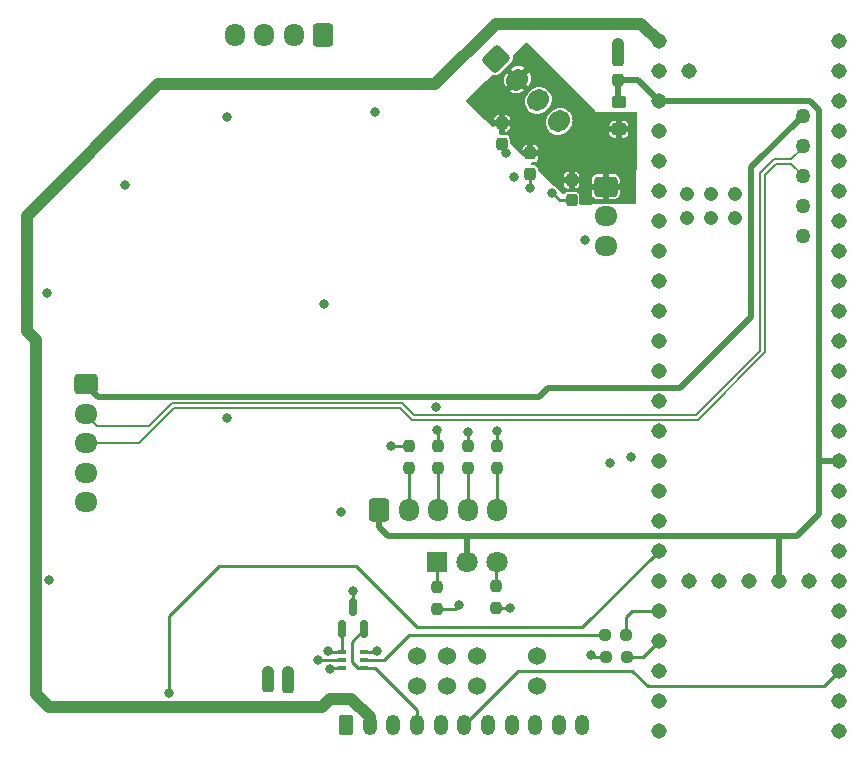
<source format=gbr>
%TF.GenerationSoftware,KiCad,Pcbnew,(5.99.0-12548-gc9aebb8529)*%
%TF.CreationDate,2021-09-28T22:04:13-04:00*%
%TF.ProjectId,TeensyWheel,5465656e-7379-4576-9865-656c2e6b6963,rev?*%
%TF.SameCoordinates,Original*%
%TF.FileFunction,Copper,L4,Bot*%
%TF.FilePolarity,Positive*%
%FSLAX46Y46*%
G04 Gerber Fmt 4.6, Leading zero omitted, Abs format (unit mm)*
G04 Created by KiCad (PCBNEW (5.99.0-12548-gc9aebb8529)) date 2021-09-28 22:04:13*
%MOMM*%
%LPD*%
G01*
G04 APERTURE LIST*
G04 Aperture macros list*
%AMRoundRect*
0 Rectangle with rounded corners*
0 $1 Rounding radius*
0 $2 $3 $4 $5 $6 $7 $8 $9 X,Y pos of 4 corners*
0 Add a 4 corners polygon primitive as box body*
4,1,4,$2,$3,$4,$5,$6,$7,$8,$9,$2,$3,0*
0 Add four circle primitives for the rounded corners*
1,1,$1+$1,$2,$3*
1,1,$1+$1,$4,$5*
1,1,$1+$1,$6,$7*
1,1,$1+$1,$8,$9*
0 Add four rect primitives between the rounded corners*
20,1,$1+$1,$2,$3,$4,$5,0*
20,1,$1+$1,$4,$5,$6,$7,0*
20,1,$1+$1,$6,$7,$8,$9,0*
20,1,$1+$1,$8,$9,$2,$3,0*%
%AMHorizOval*
0 Thick line with rounded ends*
0 $1 width*
0 $2 $3 position (X,Y) of the first rounded end (center of the circle)*
0 $4 $5 position (X,Y) of the second rounded end (center of the circle)*
0 Add line between two ends*
20,1,$1,$2,$3,$4,$5,0*
0 Add two circle primitives to create the rounded ends*
1,1,$1,$2,$3*
1,1,$1,$4,$5*%
G04 Aperture macros list end*
%TA.AperFunction,ComponentPad*%
%ADD10R,1.800000X1.800000*%
%TD*%
%TA.AperFunction,ComponentPad*%
%ADD11C,1.800000*%
%TD*%
%TA.AperFunction,ComponentPad*%
%ADD12C,1.524000*%
%TD*%
%TA.AperFunction,SMDPad,CuDef*%
%ADD13RoundRect,0.237500X-0.237500X0.300000X-0.237500X-0.300000X0.237500X-0.300000X0.237500X0.300000X0*%
%TD*%
%TA.AperFunction,SMDPad,CuDef*%
%ADD14R,0.650000X0.400000*%
%TD*%
%TA.AperFunction,SMDPad,CuDef*%
%ADD15RoundRect,0.237500X0.237500X-0.300000X0.237500X0.300000X-0.237500X0.300000X-0.237500X-0.300000X0*%
%TD*%
%TA.AperFunction,ComponentPad*%
%ADD16RoundRect,0.250000X-0.600000X-0.725000X0.600000X-0.725000X0.600000X0.725000X-0.600000X0.725000X0*%
%TD*%
%TA.AperFunction,ComponentPad*%
%ADD17O,1.700000X1.950000*%
%TD*%
%TA.AperFunction,SMDPad,CuDef*%
%ADD18RoundRect,0.237500X-0.237500X0.250000X-0.237500X-0.250000X0.237500X-0.250000X0.237500X0.250000X0*%
%TD*%
%TA.AperFunction,SMDPad,CuDef*%
%ADD19RoundRect,0.150000X0.150000X-0.587500X0.150000X0.587500X-0.150000X0.587500X-0.150000X-0.587500X0*%
%TD*%
%TA.AperFunction,ComponentPad*%
%ADD20RoundRect,0.250000X-0.936916X-0.088388X-0.088388X-0.936916X0.936916X0.088388X0.088388X0.936916X0*%
%TD*%
%TA.AperFunction,ComponentPad*%
%ADD21HorizOval,1.700000X-0.088388X-0.088388X0.088388X0.088388X0*%
%TD*%
%TA.AperFunction,SMDPad,CuDef*%
%ADD22RoundRect,0.237500X0.250000X0.237500X-0.250000X0.237500X-0.250000X-0.237500X0.250000X-0.237500X0*%
%TD*%
%TA.AperFunction,ComponentPad*%
%ADD23RoundRect,0.250000X-0.350000X-0.625000X0.350000X-0.625000X0.350000X0.625000X-0.350000X0.625000X0*%
%TD*%
%TA.AperFunction,ComponentPad*%
%ADD24O,1.200000X1.750000*%
%TD*%
%TA.AperFunction,ComponentPad*%
%ADD25RoundRect,0.250000X0.600000X0.725000X-0.600000X0.725000X-0.600000X-0.725000X0.600000X-0.725000X0*%
%TD*%
%TA.AperFunction,ComponentPad*%
%ADD26C,1.308000*%
%TD*%
%TA.AperFunction,ComponentPad*%
%ADD27C,1.258000*%
%TD*%
%TA.AperFunction,ComponentPad*%
%ADD28C,1.208000*%
%TD*%
%TA.AperFunction,ComponentPad*%
%ADD29RoundRect,0.250000X-0.725000X0.600000X-0.725000X-0.600000X0.725000X-0.600000X0.725000X0.600000X0*%
%TD*%
%TA.AperFunction,ComponentPad*%
%ADD30O,1.950000X1.700000*%
%TD*%
%TA.AperFunction,SMDPad,CuDef*%
%ADD31RoundRect,0.250000X-0.350000X0.275000X-0.350000X-0.275000X0.350000X-0.275000X0.350000X0.275000X0*%
%TD*%
%TA.AperFunction,ViaPad*%
%ADD32C,0.800000*%
%TD*%
%TA.AperFunction,Conductor*%
%ADD33C,0.500000*%
%TD*%
%TA.AperFunction,Conductor*%
%ADD34C,0.200000*%
%TD*%
%TA.AperFunction,Conductor*%
%ADD35C,0.250000*%
%TD*%
%TA.AperFunction,Conductor*%
%ADD36C,1.000000*%
%TD*%
G04 APERTURE END LIST*
D10*
%TO.P,D1,1,K1*%
%TO.N,Net-(D1-Pad1)*%
X84930000Y-145220000D03*
D11*
%TO.P,D1,2,A*%
%TO.N,+3V3*%
X87470000Y-145220000D03*
%TO.P,D1,3,K2*%
%TO.N,Net-(D1-Pad3)*%
X90010000Y-145220000D03*
%TD*%
D12*
%TO.P,SW5,1,1*%
%TO.N,/SENSE_LOW*%
X83290000Y-155710000D03*
%TO.P,SW5,2,2*%
%TO.N,/SENSE_MED*%
X85830000Y-155710000D03*
%TO.P,SW5,3,3*%
%TO.N,GND*%
X88370000Y-155710000D03*
%TO.P,SW5,4,4*%
%TO.N,/SENSE_HIGH*%
X93450000Y-155710000D03*
%TO.P,SW5,5,5*%
%TO.N,/SENSE_LOW*%
X83290000Y-153170000D03*
%TO.P,SW5,6,6*%
%TO.N,/SENSE_MED*%
X85830000Y-153170000D03*
%TO.P,SW5,7,7*%
%TO.N,GND*%
X88370000Y-153170000D03*
%TO.P,SW5,8,8*%
%TO.N,/SENSE_HIGH*%
X93450000Y-153170000D03*
%TD*%
D13*
%TO.P,C1,1*%
%TO.N,+3.3VA*%
X96360000Y-112847500D03*
%TO.P,C1,2*%
%TO.N,GND*%
X96360000Y-114572500D03*
%TD*%
D14*
%TO.P,Q1,1,E1*%
%TO.N,GND*%
X78800000Y-152830000D03*
%TO.P,Q1,2,B1*%
%TO.N,Net-(R7-Pad2)*%
X78800000Y-153480000D03*
%TO.P,Q1,3,C2*%
%TO.N,/VIB_2_T*%
X78800000Y-154130000D03*
%TO.P,Q1,4,E2*%
%TO.N,GND*%
X76900000Y-154130000D03*
%TO.P,Q1,5,B2*%
%TO.N,Net-(R8-Pad2)*%
X76900000Y-153480000D03*
%TO.P,Q1,6,C1*%
%TO.N,/VIB_1_T*%
X76900000Y-152830000D03*
%TD*%
D15*
%TO.P,C6,1*%
%TO.N,+5V*%
X70640000Y-157420000D03*
%TO.P,C6,2*%
%TO.N,GND*%
X70640000Y-155695000D03*
%TD*%
D16*
%TO.P,J5,1,Pin_1*%
%TO.N,+3V3*%
X80080000Y-140820000D03*
D17*
%TO.P,J5,2,Pin_2*%
%TO.N,Net-(J5-Pad2)*%
X82580000Y-140820000D03*
%TO.P,J5,3,Pin_3*%
%TO.N,Net-(J5-Pad3)*%
X85080000Y-140820000D03*
%TO.P,J5,4,Pin_4*%
%TO.N,Net-(J5-Pad4)*%
X87580000Y-140820000D03*
%TO.P,J5,5,Pin_5*%
%TO.N,Net-(J5-Pad5)*%
X90080000Y-140820000D03*
%TD*%
D18*
%TO.P,R1,1*%
%TO.N,/LED4*%
X82560000Y-135377500D03*
%TO.P,R1,2*%
%TO.N,Net-(J5-Pad2)*%
X82560000Y-137202500D03*
%TD*%
%TO.P,R5,1*%
%TO.N,Net-(D1-Pad1)*%
X84930000Y-147327500D03*
%TO.P,R5,2*%
%TO.N,/LEDR*%
X84930000Y-149152500D03*
%TD*%
D15*
%TO.P,C5,1*%
%TO.N,+5V*%
X72320000Y-157450000D03*
%TO.P,C5,2*%
%TO.N,GND*%
X72320000Y-155725000D03*
%TD*%
D19*
%TO.P,D2,1*%
%TO.N,/VIB_2_T*%
X78820000Y-150867500D03*
%TO.P,D2,2*%
%TO.N,/VIB_1_T*%
X76920000Y-150867500D03*
%TO.P,D2,3*%
%TO.N,GND*%
X77870000Y-148992500D03*
%TD*%
D18*
%TO.P,R4,1*%
%TO.N,/LED1*%
X90090000Y-135377500D03*
%TO.P,R4,2*%
%TO.N,Net-(J5-Pad5)*%
X90090000Y-137202500D03*
%TD*%
D13*
%TO.P,C4,1*%
%TO.N,+3.3VA*%
X92880000Y-110587500D03*
%TO.P,C4,2*%
%TO.N,GND*%
X92880000Y-112312500D03*
%TD*%
D20*
%TO.P,J2,1,Pin_1*%
%TO.N,/BRAKE*%
X90006218Y-102570482D03*
D21*
%TO.P,J2,2,Pin_2*%
%TO.N,+3.3VA*%
X91773985Y-104338249D03*
%TO.P,J2,3,Pin_3*%
%TO.N,/ACCEL*%
X93541752Y-106106016D03*
%TO.P,J2,4,Pin_4*%
%TO.N,GND*%
X95309519Y-107873783D03*
%TD*%
D22*
%TO.P,R7,1*%
%TO.N,/VIB_1*%
X101002500Y-151360000D03*
%TO.P,R7,2*%
%TO.N,Net-(R7-Pad2)*%
X99177500Y-151360000D03*
%TD*%
D15*
%TO.P,C3,1*%
%TO.N,+3V3*%
X100330000Y-104412500D03*
%TO.P,C3,2*%
%TO.N,GND*%
X100330000Y-102687500D03*
%TD*%
D23*
%TO.P,J3,1,Pin_1*%
%TO.N,GND*%
X77280000Y-158940000D03*
D24*
%TO.P,J3,2,Pin_2*%
%TO.N,+5V*%
X79280000Y-158940000D03*
%TO.P,J3,3,Pin_3*%
%TO.N,/VIB_1_T*%
X81280000Y-158940000D03*
%TO.P,J3,4,Pin_4*%
%TO.N,/VIB_2_T*%
X83280000Y-158940000D03*
%TO.P,J3,5,Pin_5*%
%TO.N,/PAD_R*%
X85280000Y-158940000D03*
%TO.P,J3,6,Pin_6*%
%TO.N,/PAD_L*%
X87280000Y-158940000D03*
%TO.P,J3,7,Pin_7*%
%TO.N,/BTN_3*%
X89280000Y-158940000D03*
%TO.P,J3,8,Pin_8*%
%TO.N,/BTN_1*%
X91280000Y-158940000D03*
%TO.P,J3,9,Pin_9*%
%TO.N,/BTN_2*%
X93280000Y-158940000D03*
%TO.P,J3,10,Pin_10*%
%TO.N,/BTN_4*%
X95280000Y-158940000D03*
%TO.P,J3,11,Pin_11*%
%TO.N,GND*%
X97280000Y-158940000D03*
%TD*%
D25*
%TO.P,J6,1,Pin_1*%
%TO.N,/GEAR_DOWN*%
X75330000Y-100600000D03*
D17*
%TO.P,J6,2,Pin_2*%
%TO.N,/GEAR_UP*%
X72830000Y-100600000D03*
%TO.P,J6,3,Pin_3*%
%TO.N,/GEAR_REV*%
X70330000Y-100600000D03*
%TO.P,J6,4,Pin_4*%
%TO.N,GND*%
X67830000Y-100600000D03*
%TD*%
D26*
%TO.P,U1,0,RX1*%
%TO.N,/GEAR_DOWN*%
X118970000Y-103630000D03*
%TO.P,U1,1,TX1*%
%TO.N,/GEAR_UP*%
X118970000Y-106170000D03*
%TO.P,U1,2,OUT2*%
%TO.N,/GEAR_REV*%
X118970000Y-108710000D03*
%TO.P,U1,3,LRCLK2*%
%TO.N,/BTN_12*%
X118970000Y-111250000D03*
%TO.P,U1,3.3V_1,3.3V*%
%TO.N,+3V3*%
X118970000Y-136650000D03*
%TO.P,U1,3.3V_2,3.3V*%
X103730000Y-106170000D03*
%TO.P,U1,3.3V_3,3.3V*%
X113890000Y-146810000D03*
%TO.P,U1,4,BCLK2*%
%TO.N,/BTN_8*%
X118970000Y-113790000D03*
%TO.P,U1,5,IN2*%
%TO.N,/BTN_7*%
X118970000Y-116330000D03*
D27*
%TO.P,U1,5V,5V*%
%TO.N,/VUSB*%
X115920000Y-107440000D03*
D26*
%TO.P,U1,6,OUT1D*%
%TO.N,/BTN_6*%
X118970000Y-118870000D03*
%TO.P,U1,7,RX2*%
%TO.N,/DP_UP*%
X118970000Y-121410000D03*
%TO.P,U1,8,TX2*%
%TO.N,/DP_RIGHT*%
X118970000Y-123950000D03*
%TO.P,U1,9,OUT1C*%
%TO.N,/BTN_MODE*%
X118970000Y-126490000D03*
%TO.P,U1,10,CS1*%
%TO.N,/LED1*%
X118970000Y-129030000D03*
%TO.P,U1,11,MOSI*%
%TO.N,/LED3*%
X118970000Y-131570000D03*
%TO.P,U1,12,MISO*%
%TO.N,/LEDG*%
X118970000Y-134110000D03*
%TO.P,U1,13,SCK*%
%TO.N,/BTN_9*%
X103730000Y-134110000D03*
%TO.P,U1,14,A0*%
%TO.N,/LED4*%
X103730000Y-131570000D03*
%TO.P,U1,15,A1*%
%TO.N,/LED2*%
X103730000Y-129030000D03*
%TO.P,U1,16,A2*%
%TO.N,/DP_DOWN*%
X103730000Y-126490000D03*
%TO.P,U1,17,A3*%
%TO.N,/DP_LEFT*%
X103730000Y-123950000D03*
%TO.P,U1,18,A4*%
%TO.N,unconnected-(U1-Pad18)*%
X103730000Y-121410000D03*
%TO.P,U1,19,A5*%
%TO.N,/BTN_5*%
X103730000Y-118870000D03*
%TO.P,U1,20,A6*%
%TO.N,/WHEEL*%
X103730000Y-116330000D03*
%TO.P,U1,21,A7*%
%TO.N,/BTN_11*%
X103730000Y-113790000D03*
%TO.P,U1,22,A8*%
%TO.N,/ACCEL*%
X103730000Y-111250000D03*
%TO.P,U1,23,A9*%
%TO.N,/BRAKE*%
X103730000Y-108710000D03*
%TO.P,U1,24,A10*%
%TO.N,/SENSE_LOW*%
X118970000Y-139190000D03*
%TO.P,U1,25,A11*%
%TO.N,/SENSE_HIGH*%
X118970000Y-141730000D03*
%TO.P,U1,26,A12*%
%TO.N,unconnected-(U1-Pad26)*%
X118970000Y-144270000D03*
%TO.P,U1,27,A13*%
%TO.N,unconnected-(U1-Pad27)*%
X118970000Y-146810000D03*
%TO.P,U1,28,RX7*%
%TO.N,unconnected-(U1-Pad28)*%
X118970000Y-149350000D03*
%TO.P,U1,29,TX7*%
%TO.N,unconnected-(U1-Pad29)*%
X118970000Y-151890000D03*
%TO.P,U1,30,CRX3*%
%TO.N,/PAD_L*%
X118970000Y-154430000D03*
%TO.P,U1,31,CTX3*%
%TO.N,/BTN_3*%
X118970000Y-156970000D03*
%TO.P,U1,32,OUT1B*%
%TO.N,/BTN_2*%
X118970000Y-159510000D03*
%TO.P,U1,33,MCLK2*%
%TO.N,/BTN_4*%
X103730000Y-159510000D03*
%TO.P,U1,34,RX8*%
%TO.N,/BTN_1*%
X103730000Y-156970000D03*
%TO.P,U1,35,TX8*%
%TO.N,/PAD_R*%
X103730000Y-154430000D03*
%TO.P,U1,36,CS2*%
%TO.N,/VIB_2*%
X103730000Y-151890000D03*
%TO.P,U1,37,CS3*%
%TO.N,/VIB_1*%
X103730000Y-149350000D03*
%TO.P,U1,38,A14*%
%TO.N,unconnected-(U1-Pad38)*%
X103730000Y-146810000D03*
%TO.P,U1,39,A15*%
%TO.N,/BTN_10*%
X103730000Y-144270000D03*
%TO.P,U1,40,A16*%
%TO.N,/SENSE_MED*%
X103730000Y-141730000D03*
%TO.P,U1,41,A17*%
%TO.N,/LEDR*%
X103730000Y-139190000D03*
D27*
%TO.P,U1,D+,D+*%
%TO.N,/USB_DP*%
X115920000Y-112520000D03*
%TO.P,U1,D-,D-*%
%TO.N,/USB_DN*%
X115920000Y-109980000D03*
D26*
%TO.P,U1,GND1,GND*%
%TO.N,GND*%
X118970000Y-101090000D03*
%TO.P,U1,GND2,GND*%
X103730000Y-136650000D03*
%TO.P,U1,GND3,GND*%
X103730000Y-103630000D03*
%TO.P,U1,GND4,GND*%
X111350000Y-146810000D03*
D28*
%TO.P,U1,GND5,GND*%
X108180000Y-116060000D03*
%TO.P,U1,LED,LED*%
%TO.N,unconnected-(U1-PadLED)*%
X108180000Y-114060000D03*
D26*
%TO.P,U1,ON/OFF,ON/OFF*%
%TO.N,unconnected-(U1-PadON/OFF)*%
X106270000Y-146810000D03*
%TO.P,U1,PROGRAM,PROGRAM*%
%TO.N,unconnected-(U1-PadPROGRAM)*%
X108810000Y-146810000D03*
D28*
%TO.P,U1,R+,R+*%
%TO.N,unconnected-(U1-PadR+)*%
X106180000Y-114060000D03*
%TO.P,U1,R-*%
%TO.N,N/C*%
X106180000Y-116060000D03*
%TO.P,U1,T+,T+*%
%TO.N,unconnected-(U1-PadT+)*%
X110180000Y-116060000D03*
%TO.P,U1,T-*%
%TO.N,N/C*%
X110180000Y-114060000D03*
D27*
%TO.P,U1,USB_GND1,USB_GND*%
%TO.N,GND*%
X115920000Y-115060000D03*
%TO.P,U1,USB_GND2,USB_GND*%
X115920000Y-117600000D03*
D26*
%TO.P,U1,VBAT,VBAT*%
%TO.N,unconnected-(U1-PadVBAT)*%
X116430000Y-146810000D03*
%TO.P,U1,VIN,VIN*%
%TO.N,+5V*%
X103730000Y-101090000D03*
%TO.P,U1,VUSB,VUSB*%
%TO.N,unconnected-(U1-PadVUSB)*%
X106270000Y-103630000D03*
%TD*%
D22*
%TO.P,R8,1*%
%TO.N,/VIB_2*%
X101092500Y-153220000D03*
%TO.P,R8,2*%
%TO.N,Net-(R8-Pad2)*%
X99267500Y-153220000D03*
%TD*%
D18*
%TO.P,R2,1*%
%TO.N,/LED3*%
X85050000Y-135377500D03*
%TO.P,R2,2*%
%TO.N,Net-(J5-Pad3)*%
X85050000Y-137202500D03*
%TD*%
D29*
%TO.P,J1,1,Pin_1*%
%TO.N,+3.3VA*%
X99250000Y-113390000D03*
D30*
%TO.P,J1,2,Pin_2*%
%TO.N,/WHEEL*%
X99250000Y-115890000D03*
%TO.P,J1,3,Pin_3*%
%TO.N,GND*%
X99250000Y-118390000D03*
%TD*%
D31*
%TO.P,FB1,1*%
%TO.N,+3V3*%
X100370000Y-106240000D03*
%TO.P,FB1,2*%
%TO.N,+3.3VA*%
X100370000Y-108540000D03*
%TD*%
D29*
%TO.P,J4,1,Pin_1*%
%TO.N,/VUSB*%
X55220000Y-130130000D03*
D30*
%TO.P,J4,2,Pin_2*%
%TO.N,/USB_DN*%
X55220000Y-132630000D03*
%TO.P,J4,3,Pin_3*%
%TO.N,/USB_DP*%
X55220000Y-135130000D03*
%TO.P,J4,4,Pin_4*%
%TO.N,GND*%
X55220000Y-137630000D03*
%TO.P,J4,5,Pin_5*%
X55220000Y-140130000D03*
%TD*%
D13*
%TO.P,C2,1*%
%TO.N,+3.3VA*%
X90480000Y-108027500D03*
%TO.P,C2,2*%
%TO.N,GND*%
X90480000Y-109752500D03*
%TD*%
D18*
%TO.P,R6,1*%
%TO.N,Net-(D1-Pad3)*%
X90000000Y-147217500D03*
%TO.P,R6,2*%
%TO.N,/LEDG*%
X90000000Y-149042500D03*
%TD*%
%TO.P,R3,1*%
%TO.N,/LED2*%
X87570000Y-135385000D03*
%TO.P,R3,2*%
%TO.N,Net-(J5-Pad4)*%
X87570000Y-137210000D03*
%TD*%
D32*
%TO.N,GND*%
X100330000Y-101330000D03*
X90791687Y-110586193D03*
X70640000Y-154477500D03*
X94700000Y-113910000D03*
X75943679Y-154208014D03*
X92817252Y-113504754D03*
X77850000Y-147600000D03*
X79894976Y-152755500D03*
X72320000Y-154457500D03*
%TO.N,/VIB_1_T*%
X75768464Y-152755500D03*
%TO.N,/LED4*%
X81082500Y-135377500D03*
X101370000Y-136270000D03*
%TO.N,/LED3*%
X85010000Y-134040000D03*
%TO.N,/LED2*%
X87570000Y-134160000D03*
%TO.N,/LED1*%
X90090000Y-134070000D03*
%TO.N,/LEDR*%
X86843553Y-148818955D03*
%TO.N,/LEDG*%
X91120000Y-149080000D03*
%TO.N,Net-(R8-Pad2)*%
X97980000Y-153060000D03*
X74920000Y-153480000D03*
%TO.N,/DP_UP*%
X75400000Y-123360000D03*
%TO.N,/DP_DOWN*%
X76810000Y-140910000D03*
%TO.N,/DP_LEFT*%
X67160000Y-132990000D03*
%TO.N,/DP_RIGHT*%
X84890000Y-132029500D03*
%TO.N,/BTN_5*%
X51990000Y-122400000D03*
%TO.N,/BTN_6*%
X97520000Y-117930000D03*
%TO.N,/BTN_7*%
X58544489Y-113220000D03*
%TO.N,/BTN_8*%
X91530000Y-112600000D03*
%TO.N,/BTN_9*%
X52150000Y-146670000D03*
%TO.N,/BTN_10*%
X62280000Y-156260000D03*
%TO.N,/BTN_11*%
X67160489Y-107535511D03*
%TO.N,/BTN_12*%
X79700000Y-107100000D03*
%TO.N,/BTN_MODE*%
X99640000Y-136790000D03*
%TD*%
D33*
%TO.N,/VUSB*%
X111590000Y-111770000D02*
X115920000Y-107440000D01*
X111590000Y-124400000D02*
X111590000Y-111770000D01*
X105540000Y-130450000D02*
X111590000Y-124400000D01*
X93640000Y-131180000D02*
X94370000Y-130450000D01*
X56270000Y-131180000D02*
X93640000Y-131180000D01*
D34*
%TO.N,/USB_DP*%
X114980000Y-111470000D02*
X115920000Y-112410000D01*
X113642844Y-111470000D02*
X114980000Y-111470000D01*
X112730000Y-112382844D02*
X113642844Y-111470000D01*
X112730000Y-127442844D02*
X112730000Y-112382844D01*
X82817156Y-133130000D02*
X107042844Y-133130000D01*
X81816178Y-132129022D02*
X82817156Y-133130000D01*
X62733822Y-132129022D02*
X81816178Y-132129022D01*
X55220000Y-135130000D02*
X59732844Y-135130000D01*
%TO.N,/USB_DN*%
X112330000Y-112217156D02*
X113477156Y-111070000D01*
X112330000Y-127277156D02*
X112330000Y-112217156D01*
X60617156Y-133680000D02*
X62567645Y-131729511D01*
X56145000Y-133680000D02*
X60617156Y-133680000D01*
D33*
%TO.N,/VUSB*%
X55540000Y-130450000D02*
X56270000Y-131180000D01*
D34*
%TO.N,/USB_DN*%
X81982355Y-131729511D02*
X82982844Y-132730000D01*
X55220000Y-132630000D02*
X55220000Y-132755000D01*
X106877156Y-132730000D02*
X112330000Y-127277156D01*
X82982844Y-132730000D02*
X106877156Y-132730000D01*
X55220000Y-132755000D02*
X56145000Y-133680000D01*
%TO.N,/USB_DP*%
X59732844Y-135130000D02*
X62733822Y-132129022D01*
%TO.N,/USB_DN*%
X114980000Y-111070000D02*
X115920000Y-110130000D01*
X113477156Y-111070000D02*
X114980000Y-111070000D01*
X62567645Y-131729511D02*
X81982355Y-131729511D01*
%TO.N,/USB_DP*%
X107042844Y-133130000D02*
X112730000Y-127442844D01*
D33*
%TO.N,/VUSB*%
X94370000Y-130450000D02*
X105540000Y-130450000D01*
D35*
%TO.N,/BTN_10*%
X83310000Y-150720000D02*
X97280000Y-150720000D01*
X97280000Y-150720000D02*
X103730000Y-144270000D01*
X78150000Y-145560000D02*
X83310000Y-150720000D01*
X66480000Y-145560000D02*
X78150000Y-145560000D01*
X62280000Y-149760000D02*
X66480000Y-145560000D01*
X62280000Y-156260000D02*
X62280000Y-149760000D01*
%TO.N,/PAD_L*%
X101520000Y-154380000D02*
X102810000Y-155670000D01*
X91840000Y-154380000D02*
X101520000Y-154380000D01*
X117730000Y-155670000D02*
X118970000Y-154430000D01*
X87280000Y-158940000D02*
X91840000Y-154380000D01*
X102810000Y-155670000D02*
X117730000Y-155670000D01*
%TO.N,GND*%
X95362500Y-114572500D02*
X94700000Y-113910000D01*
X90480000Y-109752500D02*
X90480000Y-110274506D01*
X77870000Y-148992500D02*
X77870000Y-147620000D01*
X78800000Y-152830000D02*
X79820476Y-152830000D01*
D36*
X72320000Y-155725000D02*
X72320000Y-154457500D01*
D35*
X92880000Y-112312500D02*
X92880000Y-113442006D01*
X90480000Y-110274506D02*
X90791687Y-110586193D01*
X76900000Y-154130000D02*
X76021693Y-154130000D01*
X96360000Y-114572500D02*
X95362500Y-114572500D01*
X79820476Y-152830000D02*
X79894976Y-152755500D01*
D36*
X100330000Y-102687500D02*
X100330000Y-101330000D01*
D35*
X76021693Y-154130000D02*
X75943679Y-154208014D01*
X77870000Y-147620000D02*
X77850000Y-147600000D01*
D36*
X70640000Y-155695000D02*
X70640000Y-154477500D01*
D35*
X92880000Y-113442006D02*
X92817252Y-113504754D01*
D33*
%TO.N,+3V3*%
X116580000Y-106170000D02*
X103730000Y-106170000D01*
X92040000Y-142980000D02*
X92050000Y-142970000D01*
X87470000Y-145220000D02*
X87470000Y-143000000D01*
X101972500Y-104412500D02*
X103730000Y-106170000D01*
X100330000Y-104412500D02*
X100330000Y-106200000D01*
X92050000Y-142970000D02*
X115430000Y-142970000D01*
X100330000Y-104412500D02*
X101972500Y-104412500D01*
X117320000Y-106910000D02*
X116580000Y-106170000D01*
X87490000Y-142980000D02*
X92040000Y-142980000D01*
X117320000Y-141080000D02*
X115430000Y-142970000D01*
X80080000Y-140820000D02*
X80080000Y-142240000D01*
X80080000Y-142240000D02*
X80820000Y-142980000D01*
X113890000Y-142970000D02*
X113890000Y-146810000D01*
X87470000Y-143000000D02*
X87490000Y-142980000D01*
X117320000Y-136650000D02*
X117320000Y-141080000D01*
X100330000Y-106200000D02*
X100370000Y-106240000D01*
X80820000Y-142980000D02*
X87490000Y-142980000D01*
X118970000Y-136650000D02*
X117320000Y-136650000D01*
X117320000Y-136650000D02*
X117320000Y-106910000D01*
D36*
%TO.N,+5V*%
X103730000Y-101090000D02*
X102230000Y-99590000D01*
X50220000Y-115870000D02*
X50220000Y-125600000D01*
X84835000Y-104745000D02*
X61345000Y-104745000D01*
X75200000Y-157460000D02*
X75900000Y-156760000D01*
X50220000Y-125600000D02*
X50990000Y-126370000D01*
X61345000Y-104745000D02*
X50220000Y-115870000D01*
X77720000Y-156760000D02*
X79280000Y-158320000D01*
X89990000Y-99590000D02*
X84835000Y-104745000D01*
X52090000Y-157460000D02*
X75200000Y-157460000D01*
X79280000Y-158320000D02*
X79280000Y-158940000D01*
X102230000Y-99590000D02*
X89990000Y-99590000D01*
X50990000Y-156360000D02*
X52090000Y-157460000D01*
X50990000Y-126370000D02*
X50990000Y-156360000D01*
X75900000Y-156760000D02*
X77720000Y-156760000D01*
D35*
%TO.N,/VIB_2_T*%
X78820000Y-150867500D02*
X77740000Y-151947500D01*
X77740000Y-153620000D02*
X78250000Y-154130000D01*
X79700000Y-154130000D02*
X83280000Y-157710000D01*
X83280000Y-157710000D02*
X83280000Y-158940000D01*
X78250000Y-154130000D02*
X78800000Y-154130000D01*
X78800000Y-154130000D02*
X79700000Y-154130000D01*
X77740000Y-151947500D02*
X77740000Y-153620000D01*
%TO.N,/VIB_1_T*%
X75768464Y-152808464D02*
X75768464Y-152755500D01*
X76920000Y-150867500D02*
X76920000Y-152810000D01*
X75780000Y-152820000D02*
X75768464Y-152808464D01*
X75842964Y-152830000D02*
X75768464Y-152755500D01*
X76900000Y-152830000D02*
X75842964Y-152830000D01*
%TO.N,Net-(J5-Pad2)*%
X82580000Y-140820000D02*
X82580000Y-137222500D01*
%TO.N,Net-(J5-Pad3)*%
X85080000Y-140820000D02*
X85080000Y-137232500D01*
%TO.N,Net-(J5-Pad4)*%
X87580000Y-140820000D02*
X87580000Y-137220000D01*
%TO.N,Net-(J5-Pad5)*%
X90080000Y-140820000D02*
X90080000Y-137212500D01*
%TO.N,/LED4*%
X82560000Y-135377500D02*
X81082500Y-135377500D01*
%TO.N,/LED3*%
X85050000Y-135377500D02*
X85050000Y-134080000D01*
X85050000Y-134080000D02*
X85010000Y-134040000D01*
%TO.N,/LED2*%
X87570000Y-135385000D02*
X87570000Y-134160000D01*
%TO.N,/LED1*%
X90090000Y-135377500D02*
X90090000Y-134070000D01*
%TO.N,Net-(D1-Pad1)*%
X84930000Y-147327500D02*
X84930000Y-145220000D01*
%TO.N,/LEDR*%
X84930000Y-149152500D02*
X86510008Y-149152500D01*
X86510008Y-149152500D02*
X86843553Y-148818955D01*
%TO.N,Net-(D1-Pad3)*%
X90000000Y-147217500D02*
X90000000Y-145230000D01*
%TO.N,/LEDG*%
X90000000Y-149042500D02*
X90852500Y-149042500D01*
X90852500Y-149042500D02*
X91082500Y-149042500D01*
X91082500Y-149042500D02*
X91120000Y-149080000D01*
%TO.N,Net-(R8-Pad2)*%
X76900000Y-153480000D02*
X74920000Y-153480000D01*
X98140000Y-153220000D02*
X97980000Y-153060000D01*
X99267500Y-153220000D02*
X98140000Y-153220000D01*
%TO.N,Net-(R7-Pad2)*%
X80500000Y-153480000D02*
X82620000Y-151360000D01*
X78800000Y-153480000D02*
X80500000Y-153480000D01*
X82620000Y-151360000D02*
X99177500Y-151360000D01*
%TO.N,/VIB_1*%
X101002500Y-151360000D02*
X101002500Y-149797500D01*
X101450000Y-149350000D02*
X103730000Y-149350000D01*
X101002500Y-149797500D02*
X101450000Y-149350000D01*
%TO.N,/VIB_2*%
X101092500Y-153220000D02*
X102400000Y-153220000D01*
X102400000Y-153220000D02*
X103730000Y-151890000D01*
%TD*%
%TA.AperFunction,Conductor*%
%TO.N,+3.3VA*%
G36*
X92620531Y-101256084D02*
G01*
X92642827Y-101272827D01*
X98420000Y-107050000D01*
X101790381Y-107050000D01*
X101848572Y-107068907D01*
X101884536Y-107118407D01*
X101889379Y-107149616D01*
X101876189Y-109264999D01*
X101841677Y-114800058D01*
X101822407Y-114858130D01*
X101772684Y-114893785D01*
X101743052Y-114898440D01*
X100915620Y-114901557D01*
X99762793Y-114905899D01*
X99732487Y-114901266D01*
X99599087Y-114858949D01*
X99599085Y-114858949D01*
X99594468Y-114857484D01*
X99498354Y-114846703D01*
X99436892Y-114839809D01*
X99436890Y-114839809D01*
X99434136Y-114839500D01*
X99073159Y-114839500D01*
X99070764Y-114839735D01*
X99070760Y-114839735D01*
X98924780Y-114854048D01*
X98924776Y-114854049D01*
X98919970Y-114854520D01*
X98915345Y-114855916D01*
X98915342Y-114855917D01*
X98750811Y-114905592D01*
X98722570Y-114909816D01*
X97503391Y-114914409D01*
X97134872Y-114915797D01*
X97076611Y-114897109D01*
X97040461Y-114847745D01*
X97035500Y-114816798D01*
X97035499Y-114222495D01*
X97035499Y-114220168D01*
X97032601Y-114189500D01*
X96994488Y-114080969D01*
X96991413Y-114072214D01*
X96988961Y-114065232D01*
X96971390Y-114041443D01*
X98075001Y-114041443D01*
X98075220Y-114046086D01*
X98077411Y-114069269D01*
X98079976Y-114080965D01*
X98120362Y-114195966D01*
X98127209Y-114208899D01*
X98198808Y-114305835D01*
X98209165Y-114316192D01*
X98306101Y-114387791D01*
X98319034Y-114394638D01*
X98434031Y-114435022D01*
X98445734Y-114437590D01*
X98468918Y-114439782D01*
X98473554Y-114440000D01*
X98980320Y-114440000D01*
X98993005Y-114435878D01*
X98996000Y-114431757D01*
X98996000Y-114424319D01*
X99504000Y-114424319D01*
X99508122Y-114437004D01*
X99512243Y-114439999D01*
X100026443Y-114439999D01*
X100031086Y-114439780D01*
X100054269Y-114437589D01*
X100065965Y-114435024D01*
X100180966Y-114394638D01*
X100193899Y-114387791D01*
X100290835Y-114316192D01*
X100301192Y-114305835D01*
X100372791Y-114208899D01*
X100379638Y-114195966D01*
X100420022Y-114080969D01*
X100422590Y-114069266D01*
X100424782Y-114046082D01*
X100425000Y-114041446D01*
X100425000Y-113659680D01*
X100420878Y-113646995D01*
X100416757Y-113644000D01*
X99519680Y-113644000D01*
X99506995Y-113648122D01*
X99504000Y-113652243D01*
X99504000Y-114424319D01*
X98996000Y-114424319D01*
X98996000Y-113659680D01*
X98991878Y-113646995D01*
X98987757Y-113644000D01*
X98090681Y-113644000D01*
X98077996Y-113648122D01*
X98075001Y-113652243D01*
X98075001Y-114041443D01*
X96971390Y-114041443D01*
X96910711Y-113959289D01*
X96804768Y-113881039D01*
X96680500Y-113837399D01*
X96674496Y-113836831D01*
X96674494Y-113836831D01*
X96652144Y-113834718D01*
X96652134Y-113834718D01*
X96649833Y-113834500D01*
X96360125Y-113834500D01*
X96070168Y-113834501D01*
X96039500Y-113837399D01*
X96033816Y-113839395D01*
X96033812Y-113839396D01*
X95922214Y-113878587D01*
X95915232Y-113881039D01*
X95809289Y-113959289D01*
X95761065Y-114024580D01*
X95711285Y-114060154D01*
X95650101Y-114059674D01*
X95612895Y-114037202D01*
X95401609Y-113834500D01*
X95279014Y-113716886D01*
X95256088Y-113683332D01*
X95227021Y-113613156D01*
X95227018Y-113613150D01*
X95224536Y-113607159D01*
X95128282Y-113481718D01*
X95002841Y-113385464D01*
X94898126Y-113342089D01*
X94867474Y-113322065D01*
X94737587Y-113197455D01*
X95685000Y-113197455D01*
X95685218Y-113202091D01*
X95687327Y-113224397D01*
X95689895Y-113236099D01*
X95729034Y-113347551D01*
X95735881Y-113360484D01*
X95805246Y-113454397D01*
X95815603Y-113464754D01*
X95909516Y-113534119D01*
X95922449Y-113540966D01*
X96033901Y-113580105D01*
X96045603Y-113582673D01*
X96067909Y-113584782D01*
X96072545Y-113585000D01*
X96090320Y-113585000D01*
X96103005Y-113580878D01*
X96106000Y-113576757D01*
X96106000Y-113569320D01*
X96614000Y-113569320D01*
X96618122Y-113582005D01*
X96622243Y-113585000D01*
X96647455Y-113585000D01*
X96652091Y-113584782D01*
X96674397Y-113582673D01*
X96686099Y-113580105D01*
X96797551Y-113540966D01*
X96810484Y-113534119D01*
X96904397Y-113464754D01*
X96914754Y-113454397D01*
X96984119Y-113360484D01*
X96990966Y-113347551D01*
X97030105Y-113236099D01*
X97032673Y-113224397D01*
X97034782Y-113202091D01*
X97035000Y-113197455D01*
X97035000Y-113120320D01*
X98075000Y-113120320D01*
X98079122Y-113133005D01*
X98083243Y-113136000D01*
X98980320Y-113136000D01*
X98993005Y-113131878D01*
X98996000Y-113127757D01*
X98996000Y-113120320D01*
X99504000Y-113120320D01*
X99508122Y-113133005D01*
X99512243Y-113136000D01*
X100409319Y-113136000D01*
X100422004Y-113131878D01*
X100424999Y-113127757D01*
X100424999Y-112738557D01*
X100424780Y-112733914D01*
X100422589Y-112710731D01*
X100420024Y-112699035D01*
X100379638Y-112584034D01*
X100372791Y-112571101D01*
X100301192Y-112474165D01*
X100290835Y-112463808D01*
X100193899Y-112392209D01*
X100180966Y-112385362D01*
X100065969Y-112344978D01*
X100054266Y-112342410D01*
X100031082Y-112340218D01*
X100026446Y-112340000D01*
X99519680Y-112340000D01*
X99506995Y-112344122D01*
X99504000Y-112348243D01*
X99504000Y-113120320D01*
X98996000Y-113120320D01*
X98996000Y-112355681D01*
X98991878Y-112342996D01*
X98987757Y-112340001D01*
X98473557Y-112340001D01*
X98468914Y-112340220D01*
X98445731Y-112342411D01*
X98434035Y-112344976D01*
X98319034Y-112385362D01*
X98306101Y-112392209D01*
X98209165Y-112463808D01*
X98198808Y-112474165D01*
X98127209Y-112571101D01*
X98120362Y-112584034D01*
X98079978Y-112699031D01*
X98077410Y-112710734D01*
X98075218Y-112733918D01*
X98075000Y-112738554D01*
X98075000Y-113120320D01*
X97035000Y-113120320D01*
X97035000Y-113117180D01*
X97030878Y-113104495D01*
X97026757Y-113101500D01*
X96629680Y-113101500D01*
X96616995Y-113105622D01*
X96614000Y-113109743D01*
X96614000Y-113569320D01*
X96106000Y-113569320D01*
X96106000Y-113117180D01*
X96101878Y-113104495D01*
X96097757Y-113101500D01*
X95700680Y-113101500D01*
X95687995Y-113105622D01*
X95685000Y-113109743D01*
X95685000Y-113197455D01*
X94737587Y-113197455D01*
X94091713Y-112577820D01*
X95685000Y-112577820D01*
X95689122Y-112590505D01*
X95693243Y-112593500D01*
X96090320Y-112593500D01*
X96103005Y-112589378D01*
X96106000Y-112585257D01*
X96106000Y-112577820D01*
X96614000Y-112577820D01*
X96618122Y-112590505D01*
X96622243Y-112593500D01*
X97019320Y-112593500D01*
X97032005Y-112589378D01*
X97035000Y-112585257D01*
X97035000Y-112497545D01*
X97034782Y-112492909D01*
X97032673Y-112470603D01*
X97030105Y-112458901D01*
X96990966Y-112347449D01*
X96984119Y-112334516D01*
X96914754Y-112240603D01*
X96904397Y-112230246D01*
X96810484Y-112160881D01*
X96797551Y-112154034D01*
X96686099Y-112114895D01*
X96674397Y-112112327D01*
X96652091Y-112110218D01*
X96647455Y-112110000D01*
X96629680Y-112110000D01*
X96616995Y-112114122D01*
X96614000Y-112118243D01*
X96614000Y-112577820D01*
X96106000Y-112577820D01*
X96106000Y-112125680D01*
X96101878Y-112112995D01*
X96097757Y-112110000D01*
X96072545Y-112110000D01*
X96067909Y-112110218D01*
X96045603Y-112112327D01*
X96033901Y-112114895D01*
X95922449Y-112154034D01*
X95909516Y-112160881D01*
X95815603Y-112230246D01*
X95805246Y-112240603D01*
X95735881Y-112334516D01*
X95729034Y-112347449D01*
X95689895Y-112458901D01*
X95687327Y-112470603D01*
X95685218Y-112492909D01*
X95685000Y-112497545D01*
X95685000Y-112577820D01*
X94091713Y-112577820D01*
X93585962Y-112092616D01*
X93557060Y-112038687D01*
X93555499Y-112021176D01*
X93555499Y-111960168D01*
X93552601Y-111929500D01*
X93508961Y-111805232D01*
X93430711Y-111699289D01*
X93324768Y-111621039D01*
X93200500Y-111577399D01*
X93194496Y-111576831D01*
X93194494Y-111576831D01*
X93172144Y-111574718D01*
X93172134Y-111574718D01*
X93169833Y-111574500D01*
X93085715Y-111574500D01*
X93027524Y-111555593D01*
X93017178Y-111546940D01*
X92963497Y-111495440D01*
X92934595Y-111441511D01*
X92942912Y-111380893D01*
X92985270Y-111336741D01*
X93032034Y-111325000D01*
X93167455Y-111325000D01*
X93172091Y-111324782D01*
X93194397Y-111322673D01*
X93206099Y-111320105D01*
X93317551Y-111280966D01*
X93330484Y-111274119D01*
X93424397Y-111204754D01*
X93434754Y-111194397D01*
X93504119Y-111100484D01*
X93510966Y-111087551D01*
X93550105Y-110976099D01*
X93552673Y-110964397D01*
X93554782Y-110942091D01*
X93555000Y-110937455D01*
X93555000Y-110857180D01*
X93550878Y-110844495D01*
X93546757Y-110841500D01*
X92281865Y-110841500D01*
X92073840Y-110641926D01*
X91736009Y-110317820D01*
X92205000Y-110317820D01*
X92209122Y-110330505D01*
X92213243Y-110333500D01*
X92610320Y-110333500D01*
X92623005Y-110329378D01*
X92626000Y-110325257D01*
X92626000Y-110317820D01*
X93134000Y-110317820D01*
X93138122Y-110330505D01*
X93142243Y-110333500D01*
X93539320Y-110333500D01*
X93552005Y-110329378D01*
X93555000Y-110325257D01*
X93555000Y-110237545D01*
X93554782Y-110232909D01*
X93552673Y-110210603D01*
X93550105Y-110198901D01*
X93510966Y-110087449D01*
X93504119Y-110074516D01*
X93434754Y-109980603D01*
X93424397Y-109970246D01*
X93330484Y-109900881D01*
X93317551Y-109894034D01*
X93206099Y-109854895D01*
X93194397Y-109852327D01*
X93172091Y-109850218D01*
X93167455Y-109850000D01*
X93149680Y-109850000D01*
X93136995Y-109854122D01*
X93134000Y-109858243D01*
X93134000Y-110317820D01*
X92626000Y-110317820D01*
X92626000Y-109865680D01*
X92621878Y-109852995D01*
X92617757Y-109850000D01*
X92592545Y-109850000D01*
X92587909Y-109850218D01*
X92565603Y-109852327D01*
X92553901Y-109854895D01*
X92442449Y-109894034D01*
X92429516Y-109900881D01*
X92335603Y-109970246D01*
X92325246Y-109980603D01*
X92255881Y-110074516D01*
X92249034Y-110087449D01*
X92209895Y-110198901D01*
X92207327Y-110210603D01*
X92205218Y-110232909D01*
X92205000Y-110237545D01*
X92205000Y-110317820D01*
X91736009Y-110317820D01*
X91185963Y-109790120D01*
X91157061Y-109736191D01*
X91155500Y-109718680D01*
X91155499Y-109402495D01*
X91155499Y-109400168D01*
X91152601Y-109369500D01*
X91108961Y-109245232D01*
X91030711Y-109139289D01*
X90924768Y-109061039D01*
X90800500Y-109017399D01*
X90794496Y-109016831D01*
X90794494Y-109016831D01*
X90772144Y-109014718D01*
X90772134Y-109014718D01*
X90769833Y-109014500D01*
X90763960Y-109014500D01*
X90417307Y-109014501D01*
X90359117Y-108995594D01*
X90348771Y-108986941D01*
X90264370Y-108905969D01*
X90240186Y-108882767D01*
X90211284Y-108828839D01*
X90219600Y-108768221D01*
X90225931Y-108757646D01*
X90226000Y-108757211D01*
X90226000Y-108749320D01*
X90734000Y-108749320D01*
X90738122Y-108762005D01*
X90742243Y-108765000D01*
X90767455Y-108765000D01*
X90772091Y-108764782D01*
X90794397Y-108762673D01*
X90806099Y-108760105D01*
X90917551Y-108720966D01*
X90930484Y-108714119D01*
X91024397Y-108644754D01*
X91034754Y-108634397D01*
X91104119Y-108540484D01*
X91110966Y-108527551D01*
X91150105Y-108416099D01*
X91152673Y-108404397D01*
X91154782Y-108382091D01*
X91155000Y-108377455D01*
X91155000Y-108297180D01*
X91150878Y-108284495D01*
X91146757Y-108281500D01*
X90749680Y-108281500D01*
X90736995Y-108285622D01*
X90734000Y-108289743D01*
X90734000Y-108749320D01*
X90226000Y-108749320D01*
X90226000Y-108297180D01*
X90221878Y-108284495D01*
X90217757Y-108281500D01*
X89820680Y-108281500D01*
X89807993Y-108285622D01*
X89796574Y-108301339D01*
X89747074Y-108337303D01*
X89685889Y-108337302D01*
X89647947Y-108314589D01*
X89276764Y-107958486D01*
X94165554Y-107958486D01*
X94184942Y-108163585D01*
X94243798Y-108361013D01*
X94246055Y-108365295D01*
X94246056Y-108365296D01*
X94280544Y-108430709D01*
X94339880Y-108543249D01*
X94469529Y-108703352D01*
X94627805Y-108835224D01*
X94632059Y-108837544D01*
X94632063Y-108837546D01*
X94770648Y-108913104D01*
X94808681Y-108933840D01*
X94839877Y-108943616D01*
X95000650Y-108993999D01*
X95000652Y-108993999D01*
X95005268Y-108995446D01*
X95010078Y-108995969D01*
X95010080Y-108995969D01*
X95205260Y-109017173D01*
X95205264Y-109017173D01*
X95210078Y-109017696D01*
X95415307Y-108999741D01*
X95485031Y-108979484D01*
X95608492Y-108943616D01*
X95608495Y-108943615D01*
X95613141Y-108942265D01*
X95759416Y-108866443D01*
X99570001Y-108866443D01*
X99570220Y-108871086D01*
X99572411Y-108894269D01*
X99574976Y-108905965D01*
X99615362Y-109020966D01*
X99622209Y-109033899D01*
X99693808Y-109130835D01*
X99704165Y-109141192D01*
X99801101Y-109212791D01*
X99814034Y-109219638D01*
X99929031Y-109260022D01*
X99940734Y-109262590D01*
X99963918Y-109264782D01*
X99968554Y-109265000D01*
X100100320Y-109265000D01*
X100113005Y-109260878D01*
X100116000Y-109256757D01*
X100116000Y-109249319D01*
X100624000Y-109249319D01*
X100628122Y-109262004D01*
X100632243Y-109264999D01*
X100771443Y-109264999D01*
X100776086Y-109264780D01*
X100799269Y-109262589D01*
X100810965Y-109260024D01*
X100925966Y-109219638D01*
X100938899Y-109212791D01*
X101035835Y-109141192D01*
X101046192Y-109130835D01*
X101117791Y-109033899D01*
X101124638Y-109020966D01*
X101165022Y-108905969D01*
X101167590Y-108894266D01*
X101169782Y-108871082D01*
X101170000Y-108866446D01*
X101170000Y-108809680D01*
X101165878Y-108796995D01*
X101161757Y-108794000D01*
X100639680Y-108794000D01*
X100626995Y-108798122D01*
X100624000Y-108802243D01*
X100624000Y-109249319D01*
X100116000Y-109249319D01*
X100116000Y-108809680D01*
X100111878Y-108796995D01*
X100107757Y-108794000D01*
X99585681Y-108794000D01*
X99572996Y-108798122D01*
X99570001Y-108802243D01*
X99570001Y-108866443D01*
X95759416Y-108866443D01*
X95796043Y-108847457D01*
X95905467Y-108760105D01*
X95919971Y-108748527D01*
X95919978Y-108748521D01*
X95922131Y-108746802D01*
X96177380Y-108491554D01*
X96211958Y-108449458D01*
X96272007Y-108376354D01*
X96272010Y-108376349D01*
X96275080Y-108372612D01*
X96329928Y-108270320D01*
X99570000Y-108270320D01*
X99574122Y-108283005D01*
X99578243Y-108286000D01*
X100100320Y-108286000D01*
X100113005Y-108281878D01*
X100116000Y-108277757D01*
X100116000Y-108270320D01*
X100624000Y-108270320D01*
X100628122Y-108283005D01*
X100632243Y-108286000D01*
X101154319Y-108286000D01*
X101167004Y-108281878D01*
X101169999Y-108277757D01*
X101169999Y-108213557D01*
X101169780Y-108208914D01*
X101167589Y-108185731D01*
X101165024Y-108174035D01*
X101124638Y-108059034D01*
X101117791Y-108046101D01*
X101046192Y-107949165D01*
X101035835Y-107938808D01*
X100938899Y-107867209D01*
X100925966Y-107860362D01*
X100810969Y-107819978D01*
X100799266Y-107817410D01*
X100776082Y-107815218D01*
X100771446Y-107815000D01*
X100639680Y-107815000D01*
X100626995Y-107819122D01*
X100624000Y-107823243D01*
X100624000Y-108270320D01*
X100116000Y-108270320D01*
X100116000Y-107830681D01*
X100111878Y-107817996D01*
X100107757Y-107815001D01*
X99968557Y-107815001D01*
X99963914Y-107815220D01*
X99940731Y-107817411D01*
X99929035Y-107819976D01*
X99814034Y-107860362D01*
X99801101Y-107867209D01*
X99704165Y-107938808D01*
X99693808Y-107949165D01*
X99622209Y-108046101D01*
X99615362Y-108059034D01*
X99574978Y-108174031D01*
X99572410Y-108185734D01*
X99570218Y-108208918D01*
X99570000Y-108213554D01*
X99570000Y-108270320D01*
X96329928Y-108270320D01*
X96372432Y-108191051D01*
X96374058Y-108185734D01*
X96431249Y-107998672D01*
X96431250Y-107998668D01*
X96432665Y-107994039D01*
X96435788Y-107963300D01*
X96452995Y-107793894D01*
X96453484Y-107789080D01*
X96442941Y-107677545D01*
X96434552Y-107588801D01*
X96434551Y-107588797D01*
X96434096Y-107583981D01*
X96375240Y-107386553D01*
X96279158Y-107204317D01*
X96209590Y-107118407D01*
X96152558Y-107047979D01*
X96152557Y-107047978D01*
X96149509Y-107044214D01*
X95991233Y-106912342D01*
X95986979Y-106910022D01*
X95986975Y-106910020D01*
X95814612Y-106816046D01*
X95814613Y-106816046D01*
X95810357Y-106813726D01*
X95674639Y-106771195D01*
X95618388Y-106753567D01*
X95618386Y-106753567D01*
X95613770Y-106752120D01*
X95608960Y-106751597D01*
X95608958Y-106751597D01*
X95413778Y-106730393D01*
X95413774Y-106730393D01*
X95408960Y-106729870D01*
X95203731Y-106747825D01*
X95183967Y-106753567D01*
X95010546Y-106803950D01*
X95010543Y-106803951D01*
X95005897Y-106805301D01*
X94822995Y-106900109D01*
X94778555Y-106935585D01*
X94699067Y-106999039D01*
X94699060Y-106999045D01*
X94696907Y-107000764D01*
X94441658Y-107256012D01*
X94440124Y-107257880D01*
X94347031Y-107371212D01*
X94347028Y-107371217D01*
X94343958Y-107374954D01*
X94246606Y-107556515D01*
X94245192Y-107561139D01*
X94245191Y-107561142D01*
X94211021Y-107672909D01*
X94186373Y-107753527D01*
X94185884Y-107758343D01*
X94185883Y-107758347D01*
X94167553Y-107938808D01*
X94165554Y-107958486D01*
X89276764Y-107958486D01*
X89067601Y-107757820D01*
X89805000Y-107757820D01*
X89809122Y-107770505D01*
X89813243Y-107773500D01*
X90210320Y-107773500D01*
X90223005Y-107769378D01*
X90226000Y-107765257D01*
X90226000Y-107757820D01*
X90734000Y-107757820D01*
X90738122Y-107770505D01*
X90742243Y-107773500D01*
X91139320Y-107773500D01*
X91152005Y-107769378D01*
X91155000Y-107765257D01*
X91155000Y-107677545D01*
X91154782Y-107672909D01*
X91152673Y-107650603D01*
X91150105Y-107638901D01*
X91110966Y-107527449D01*
X91104119Y-107514516D01*
X91034754Y-107420603D01*
X91024397Y-107410246D01*
X90930484Y-107340881D01*
X90917551Y-107334034D01*
X90806099Y-107294895D01*
X90794397Y-107292327D01*
X90772091Y-107290218D01*
X90767455Y-107290000D01*
X90749680Y-107290000D01*
X90736995Y-107294122D01*
X90734000Y-107298243D01*
X90734000Y-107757820D01*
X90226000Y-107757820D01*
X90226000Y-107305680D01*
X90221878Y-107292995D01*
X90217757Y-107290000D01*
X90192545Y-107290000D01*
X90187909Y-107290218D01*
X90165603Y-107292327D01*
X90153901Y-107294895D01*
X90042449Y-107334034D01*
X90029516Y-107340881D01*
X89935603Y-107410246D01*
X89925246Y-107420603D01*
X89855881Y-107514516D01*
X89849034Y-107527449D01*
X89809895Y-107638901D01*
X89807327Y-107650603D01*
X89805218Y-107672909D01*
X89805000Y-107677545D01*
X89805000Y-107757820D01*
X89067601Y-107757820D01*
X87434138Y-106190719D01*
X92397787Y-106190719D01*
X92398242Y-106195532D01*
X92398242Y-106195533D01*
X92407193Y-106290217D01*
X92417175Y-106395818D01*
X92476031Y-106593246D01*
X92478288Y-106597528D01*
X92478289Y-106597529D01*
X92479896Y-106600576D01*
X92572113Y-106775482D01*
X92575163Y-106779248D01*
X92575164Y-106779250D01*
X92698713Y-106931820D01*
X92701762Y-106935585D01*
X92860038Y-107067457D01*
X92864292Y-107069777D01*
X92864296Y-107069779D01*
X93002881Y-107145337D01*
X93040914Y-107166073D01*
X93072110Y-107175849D01*
X93232883Y-107226232D01*
X93232885Y-107226232D01*
X93237501Y-107227679D01*
X93242311Y-107228202D01*
X93242313Y-107228202D01*
X93437493Y-107249406D01*
X93437497Y-107249406D01*
X93442311Y-107249929D01*
X93647540Y-107231974D01*
X93755706Y-107200549D01*
X93840725Y-107175849D01*
X93840728Y-107175848D01*
X93845374Y-107174498D01*
X94028276Y-107079690D01*
X94091148Y-107029499D01*
X94152204Y-106980760D01*
X94152211Y-106980754D01*
X94154364Y-106979035D01*
X94409613Y-106723787D01*
X94444191Y-106681691D01*
X94504240Y-106608587D01*
X94504243Y-106608582D01*
X94507313Y-106604845D01*
X94604665Y-106423284D01*
X94607468Y-106414116D01*
X94663482Y-106230905D01*
X94663483Y-106230901D01*
X94664898Y-106226272D01*
X94668021Y-106195533D01*
X94685228Y-106026127D01*
X94685717Y-106021313D01*
X94675305Y-105911166D01*
X94666785Y-105821034D01*
X94666784Y-105821030D01*
X94666329Y-105816214D01*
X94607473Y-105618786D01*
X94511391Y-105436550D01*
X94485064Y-105404038D01*
X94384791Y-105280212D01*
X94384790Y-105280211D01*
X94381742Y-105276447D01*
X94223466Y-105144575D01*
X94219212Y-105142255D01*
X94219208Y-105142253D01*
X94046845Y-105048279D01*
X94046846Y-105048279D01*
X94042590Y-105045959D01*
X93963150Y-105021064D01*
X93850621Y-104985800D01*
X93850619Y-104985800D01*
X93846003Y-104984353D01*
X93841193Y-104983830D01*
X93841191Y-104983830D01*
X93646011Y-104962626D01*
X93646007Y-104962626D01*
X93641193Y-104962103D01*
X93435964Y-104980058D01*
X93416200Y-104985800D01*
X93242779Y-105036183D01*
X93242776Y-105036184D01*
X93238130Y-105037534D01*
X93055228Y-105132342D01*
X92998666Y-105177495D01*
X92931300Y-105231272D01*
X92931293Y-105231278D01*
X92929140Y-105232997D01*
X92673891Y-105488245D01*
X92649876Y-105517481D01*
X92579264Y-105603445D01*
X92579261Y-105603450D01*
X92576191Y-105607187D01*
X92478839Y-105788748D01*
X92477425Y-105793372D01*
X92477424Y-105793375D01*
X92441412Y-105911166D01*
X92418606Y-105985760D01*
X92418117Y-105990576D01*
X92418116Y-105990580D01*
X92404128Y-106128291D01*
X92397787Y-106190719D01*
X87434138Y-106190719D01*
X87425278Y-106182219D01*
X87396376Y-106128291D01*
X87404693Y-106067673D01*
X87426057Y-106038601D01*
X88184223Y-105326868D01*
X91149769Y-105326868D01*
X91157223Y-105334533D01*
X91269089Y-105395524D01*
X91277966Y-105399292D01*
X91465220Y-105457975D01*
X91474649Y-105459945D01*
X91669730Y-105481137D01*
X91679378Y-105481237D01*
X91874853Y-105464136D01*
X91884334Y-105462362D01*
X92072771Y-105407616D01*
X92081716Y-105404038D01*
X92255933Y-105313733D01*
X92264023Y-105308479D01*
X92319045Y-105264555D01*
X92326387Y-105253420D01*
X92326282Y-105251116D01*
X92323819Y-105247294D01*
X91785071Y-104708545D01*
X91773188Y-104702491D01*
X91768157Y-104703287D01*
X91155164Y-105316280D01*
X91149769Y-105326868D01*
X88184223Y-105326868D01*
X89141980Y-104427768D01*
X90630977Y-104427768D01*
X90649445Y-104623136D01*
X90651285Y-104632597D01*
X90707345Y-104820649D01*
X90710989Y-104829576D01*
X90777022Y-104954819D01*
X90785367Y-104962935D01*
X90795171Y-104957853D01*
X91403689Y-104349335D01*
X91408931Y-104339046D01*
X92138227Y-104339046D01*
X92139023Y-104344077D01*
X92679615Y-104884668D01*
X92691498Y-104890722D01*
X92694142Y-104890304D01*
X92697194Y-104887850D01*
X92736056Y-104840539D01*
X92741417Y-104832531D01*
X92834147Y-104659589D01*
X92837849Y-104650697D01*
X92895222Y-104463038D01*
X92897128Y-104453585D01*
X92916959Y-104258357D01*
X92916993Y-104248730D01*
X92898525Y-104053362D01*
X92896685Y-104043901D01*
X92840625Y-103855849D01*
X92836981Y-103846922D01*
X92770948Y-103721679D01*
X92762603Y-103713563D01*
X92752799Y-103718645D01*
X92144281Y-104327163D01*
X92138227Y-104339046D01*
X91408931Y-104339046D01*
X91409743Y-104337452D01*
X91408947Y-104332421D01*
X90868355Y-103791830D01*
X90856472Y-103785776D01*
X90853828Y-103786194D01*
X90850776Y-103788648D01*
X90811913Y-103835961D01*
X90806555Y-103843964D01*
X90713822Y-104016908D01*
X90710119Y-104025806D01*
X90652749Y-104213456D01*
X90650842Y-104222915D01*
X90631011Y-104418141D01*
X90630977Y-104427768D01*
X89141980Y-104427768D01*
X89651491Y-103949462D01*
X89706857Y-103923420D01*
X89762104Y-103932397D01*
X89777195Y-103939644D01*
X89777197Y-103939645D01*
X89783868Y-103942848D01*
X89917830Y-103962987D01*
X89925147Y-103961887D01*
X90044471Y-103943949D01*
X90044474Y-103943948D01*
X90051791Y-103942848D01*
X90058462Y-103939645D01*
X90058464Y-103939644D01*
X90168473Y-103886817D01*
X90168474Y-103886817D01*
X90173908Y-103884207D01*
X90198315Y-103864016D01*
X90639253Y-103423078D01*
X91221583Y-103423078D01*
X91221688Y-103425382D01*
X91224151Y-103429204D01*
X91762899Y-103967953D01*
X91774782Y-103974007D01*
X91779813Y-103973211D01*
X92392806Y-103360218D01*
X92398201Y-103349630D01*
X92390747Y-103341965D01*
X92278881Y-103280974D01*
X92270004Y-103277206D01*
X92082750Y-103218523D01*
X92073321Y-103216553D01*
X91878240Y-103195361D01*
X91868592Y-103195261D01*
X91673117Y-103212362D01*
X91663636Y-103214136D01*
X91475199Y-103268882D01*
X91466254Y-103272460D01*
X91292037Y-103362765D01*
X91283947Y-103368019D01*
X91228925Y-103411943D01*
X91221583Y-103423078D01*
X90639253Y-103423078D01*
X91299752Y-102762579D01*
X91319943Y-102738172D01*
X91378584Y-102616055D01*
X91379684Y-102608738D01*
X91379685Y-102608735D01*
X91397623Y-102489411D01*
X91398723Y-102482094D01*
X91396219Y-102465436D01*
X91383671Y-102381968D01*
X91393718Y-102321614D01*
X91413813Y-102295072D01*
X92505065Y-101270652D01*
X92560431Y-101244610D01*
X92620531Y-101256084D01*
G37*
%TD.AperFunction*%
%TD*%
M02*

</source>
